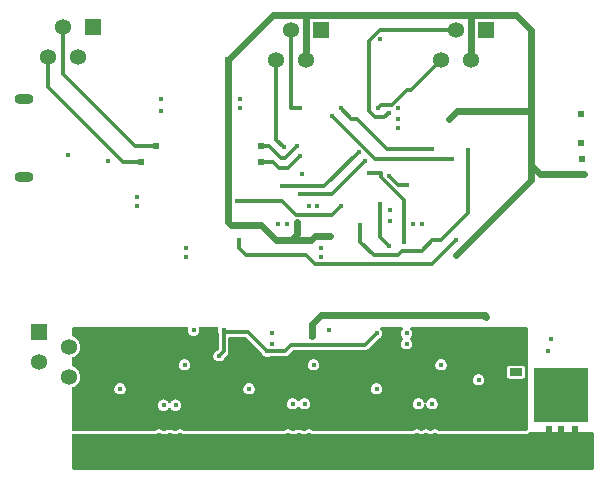
<source format=gbl>
G04 Layer: BottomLayer*
G04 EasyEDA v6.5.22, 2022-12-05 22:01:04*
G04 d1a99e3ffb4d45b387634f4a3d5e2a22,8bbad783b4b447a482771b0ae512d992,10*
G04 Gerber Generator version 0.2*
G04 Scale: 100 percent, Rotated: No, Reflected: No *
G04 Dimensions in inches *
G04 leading zeros omitted , absolute positions ,3 integer and 6 decimal *
%FSLAX36Y36*%
%MOIN*%

%AMMACRO1*21,1,$1,$2,0,0,$3*%
%ADD10C,0.0120*%
%ADD11C,0.0120*%
%ADD12C,0.0240*%
%ADD13C,0.0220*%
%ADD14MACRO1,0.0234X0.0394X90.0000*%
%ADD15MACRO1,0.1772X0.1772X90.0000*%
%ADD16R,0.0532X0.0555*%
%ADD17MACRO1,0.0531X0.0555X0.0000*%
%ADD18MACRO1,0.0532X0.0555X0.0000*%
%ADD19R,0.0535X0.0535*%
%ADD20C,0.0535*%
%ADD21O,0.06299199999999999X0.035433*%
%ADD22C,0.0177*%
%ADD23C,0.0240*%
%ADD24C,0.0118*%

%LPD*%
G36*
X224000Y-1435000D02*
G01*
X222460Y-1434700D01*
X221180Y-1433820D01*
X220300Y-1432540D01*
X220000Y-1431000D01*
X220000Y-1293360D01*
X220320Y-1291780D01*
X221260Y-1290440D01*
X222640Y-1289600D01*
X225020Y-1288720D01*
X229560Y-1286320D01*
X233740Y-1283280D01*
X237440Y-1279700D01*
X240600Y-1275640D01*
X243180Y-1271180D01*
X245120Y-1266400D01*
X246360Y-1261420D01*
X246900Y-1256280D01*
X246720Y-1251140D01*
X245820Y-1246060D01*
X244240Y-1241160D01*
X241980Y-1236540D01*
X239100Y-1232260D01*
X235640Y-1228440D01*
X231700Y-1225140D01*
X227340Y-1222400D01*
X222380Y-1220200D01*
X221119Y-1219320D01*
X220300Y-1218040D01*
X220000Y-1216540D01*
X220000Y-1193360D01*
X220320Y-1191780D01*
X221260Y-1190440D01*
X222640Y-1189600D01*
X225020Y-1188720D01*
X229560Y-1186320D01*
X233740Y-1183280D01*
X237440Y-1179700D01*
X240600Y-1175640D01*
X243180Y-1171180D01*
X245120Y-1166400D01*
X246360Y-1161420D01*
X246900Y-1156280D01*
X246720Y-1151140D01*
X245820Y-1146060D01*
X244240Y-1141160D01*
X241980Y-1136540D01*
X239100Y-1132260D01*
X235640Y-1128440D01*
X231700Y-1125140D01*
X227340Y-1122400D01*
X222380Y-1120200D01*
X221119Y-1119320D01*
X220300Y-1118040D01*
X220000Y-1116540D01*
X220000Y-1094000D01*
X220300Y-1092460D01*
X221180Y-1091180D01*
X222460Y-1090300D01*
X224000Y-1090000D01*
X602840Y-1090000D01*
X604280Y-1090280D01*
X605540Y-1091040D01*
X606420Y-1092220D01*
X606820Y-1093640D01*
X606680Y-1095100D01*
X606280Y-1096500D01*
X605960Y-1100000D01*
X606280Y-1103500D01*
X607240Y-1106880D01*
X608820Y-1110020D01*
X610920Y-1112820D01*
X613520Y-1115200D01*
X616520Y-1117040D01*
X619780Y-1118320D01*
X623240Y-1118960D01*
X626760Y-1118960D01*
X630220Y-1118320D01*
X633480Y-1117040D01*
X636480Y-1115200D01*
X639080Y-1112820D01*
X641180Y-1110020D01*
X642760Y-1106880D01*
X643720Y-1103500D01*
X644040Y-1100000D01*
X643720Y-1096500D01*
X643319Y-1095100D01*
X643180Y-1093640D01*
X643580Y-1092220D01*
X644460Y-1091040D01*
X645720Y-1090280D01*
X647159Y-1090000D01*
X702840Y-1090000D01*
X704280Y-1090280D01*
X705540Y-1091040D01*
X706420Y-1092220D01*
X706820Y-1093640D01*
X706680Y-1095100D01*
X706280Y-1096500D01*
X705960Y-1100000D01*
X706280Y-1103500D01*
X707240Y-1106880D01*
X708379Y-1109160D01*
X708800Y-1110940D01*
X708800Y-1161640D01*
X708500Y-1163160D01*
X707620Y-1164460D01*
X706380Y-1165700D01*
X705000Y-1166600D01*
X701520Y-1167960D01*
X698520Y-1169800D01*
X695920Y-1172180D01*
X693820Y-1174980D01*
X692240Y-1178120D01*
X691280Y-1181500D01*
X690960Y-1185000D01*
X691280Y-1188500D01*
X692240Y-1191880D01*
X693820Y-1195020D01*
X695920Y-1197820D01*
X698520Y-1200200D01*
X701520Y-1202040D01*
X704780Y-1203320D01*
X708240Y-1203960D01*
X711760Y-1203960D01*
X715220Y-1203320D01*
X718480Y-1202040D01*
X721480Y-1200200D01*
X724080Y-1197820D01*
X726180Y-1195020D01*
X727760Y-1191880D01*
X728560Y-1189540D01*
X729180Y-1188740D01*
X736320Y-1181600D01*
X738460Y-1178980D01*
X739940Y-1176200D01*
X740860Y-1173160D01*
X741200Y-1169800D01*
X741200Y-1125200D01*
X741500Y-1123660D01*
X742380Y-1122380D01*
X743660Y-1121500D01*
X745200Y-1121200D01*
X796640Y-1121200D01*
X798160Y-1121500D01*
X799460Y-1122380D01*
X850819Y-1173740D01*
X851440Y-1174540D01*
X852240Y-1176880D01*
X853820Y-1180020D01*
X855920Y-1182820D01*
X858520Y-1185200D01*
X861520Y-1187040D01*
X864780Y-1188320D01*
X868240Y-1188960D01*
X871760Y-1188960D01*
X875220Y-1188320D01*
X878480Y-1187040D01*
X879900Y-1186360D01*
X880980Y-1186200D01*
X929800Y-1186200D01*
X933160Y-1185860D01*
X936200Y-1184940D01*
X938980Y-1183460D01*
X941600Y-1181320D01*
X955540Y-1167380D01*
X956840Y-1166500D01*
X958360Y-1166200D01*
X1194800Y-1166200D01*
X1198160Y-1165860D01*
X1201200Y-1164940D01*
X1203980Y-1163460D01*
X1206600Y-1161320D01*
X1238620Y-1129300D01*
X1240000Y-1128400D01*
X1243480Y-1127040D01*
X1246480Y-1125200D01*
X1249080Y-1122820D01*
X1251180Y-1120020D01*
X1252760Y-1116880D01*
X1253720Y-1113500D01*
X1254040Y-1110000D01*
X1253720Y-1106500D01*
X1252760Y-1103120D01*
X1251180Y-1099980D01*
X1247900Y-1095680D01*
X1247540Y-1094120D01*
X1247800Y-1092560D01*
X1248660Y-1091220D01*
X1249960Y-1090320D01*
X1251520Y-1090000D01*
X1318480Y-1090000D01*
X1320040Y-1090320D01*
X1321339Y-1091220D01*
X1322200Y-1092560D01*
X1322460Y-1094120D01*
X1322100Y-1095680D01*
X1318820Y-1099980D01*
X1317240Y-1103120D01*
X1316279Y-1106500D01*
X1315960Y-1110000D01*
X1316279Y-1113500D01*
X1317240Y-1116880D01*
X1318820Y-1120020D01*
X1320920Y-1122820D01*
X1322820Y-1124540D01*
X1323779Y-1125880D01*
X1324120Y-1127500D01*
X1323779Y-1129120D01*
X1322820Y-1130460D01*
X1320920Y-1132180D01*
X1318820Y-1134980D01*
X1317240Y-1138120D01*
X1316279Y-1141500D01*
X1315960Y-1145000D01*
X1316279Y-1148500D01*
X1317240Y-1151880D01*
X1318820Y-1155020D01*
X1320920Y-1157820D01*
X1323520Y-1160200D01*
X1326519Y-1162040D01*
X1329780Y-1163320D01*
X1333240Y-1163960D01*
X1336759Y-1163960D01*
X1340220Y-1163320D01*
X1343480Y-1162040D01*
X1346480Y-1160200D01*
X1349079Y-1157820D01*
X1351180Y-1155020D01*
X1352760Y-1151880D01*
X1353720Y-1148500D01*
X1354040Y-1145000D01*
X1353720Y-1141500D01*
X1352760Y-1138120D01*
X1351180Y-1134980D01*
X1349079Y-1132180D01*
X1347180Y-1130460D01*
X1346220Y-1129120D01*
X1345880Y-1127500D01*
X1346220Y-1125880D01*
X1347180Y-1124540D01*
X1349079Y-1122820D01*
X1351180Y-1120020D01*
X1352760Y-1116880D01*
X1353720Y-1113500D01*
X1354040Y-1110000D01*
X1353720Y-1106500D01*
X1352760Y-1103120D01*
X1351180Y-1099980D01*
X1347900Y-1095680D01*
X1347540Y-1094120D01*
X1347800Y-1092560D01*
X1348660Y-1091220D01*
X1349960Y-1090320D01*
X1351519Y-1090000D01*
X1736000Y-1090000D01*
X1737540Y-1090300D01*
X1738820Y-1091180D01*
X1739700Y-1092460D01*
X1740000Y-1094000D01*
X1740000Y-1428340D01*
X1739700Y-1429880D01*
X1738820Y-1431180D01*
X1736180Y-1433820D01*
X1734880Y-1434700D01*
X1733340Y-1435000D01*
X1442920Y-1435000D01*
X1441840Y-1434840D01*
X1440820Y-1434400D01*
X1438480Y-1432960D01*
X1435220Y-1431680D01*
X1431759Y-1431040D01*
X1428240Y-1431040D01*
X1424780Y-1431680D01*
X1421519Y-1432960D01*
X1419180Y-1434400D01*
X1418160Y-1434840D01*
X1417080Y-1435000D01*
X1412920Y-1435000D01*
X1411840Y-1434840D01*
X1410820Y-1434400D01*
X1408480Y-1432960D01*
X1405220Y-1431680D01*
X1401759Y-1431040D01*
X1398240Y-1431040D01*
X1394780Y-1431680D01*
X1391519Y-1432960D01*
X1389180Y-1434400D01*
X1388160Y-1434840D01*
X1387080Y-1435000D01*
X1382920Y-1435000D01*
X1381840Y-1434840D01*
X1380820Y-1434400D01*
X1378480Y-1432960D01*
X1375220Y-1431680D01*
X1371759Y-1431040D01*
X1368240Y-1431040D01*
X1364780Y-1431680D01*
X1361519Y-1432960D01*
X1359180Y-1434400D01*
X1358160Y-1434840D01*
X1357080Y-1435000D01*
X1022920Y-1435000D01*
X1021840Y-1434840D01*
X1020819Y-1434400D01*
X1018480Y-1432960D01*
X1015220Y-1431680D01*
X1011760Y-1431040D01*
X1008240Y-1431040D01*
X1004780Y-1431680D01*
X1001520Y-1432960D01*
X999180Y-1434400D01*
X998160Y-1434840D01*
X997080Y-1435000D01*
X987920Y-1435000D01*
X986840Y-1434840D01*
X985819Y-1434400D01*
X983480Y-1432960D01*
X980220Y-1431680D01*
X976760Y-1431040D01*
X973240Y-1431040D01*
X969780Y-1431680D01*
X966520Y-1432960D01*
X964180Y-1434400D01*
X963160Y-1434840D01*
X962080Y-1435000D01*
X952920Y-1435000D01*
X951840Y-1434840D01*
X950819Y-1434400D01*
X948480Y-1432960D01*
X945220Y-1431680D01*
X941760Y-1431040D01*
X938240Y-1431040D01*
X934780Y-1431680D01*
X931520Y-1432960D01*
X929180Y-1434400D01*
X928160Y-1434840D01*
X927080Y-1435000D01*
X592920Y-1435000D01*
X591840Y-1434840D01*
X590820Y-1434400D01*
X588480Y-1432960D01*
X585220Y-1431680D01*
X581760Y-1431040D01*
X578240Y-1431040D01*
X574780Y-1431680D01*
X571520Y-1432960D01*
X569180Y-1434400D01*
X568160Y-1434840D01*
X567080Y-1435000D01*
X557920Y-1435000D01*
X556840Y-1434840D01*
X555820Y-1434400D01*
X553480Y-1432960D01*
X550220Y-1431680D01*
X546760Y-1431040D01*
X543240Y-1431040D01*
X539780Y-1431680D01*
X536520Y-1432960D01*
X534180Y-1434400D01*
X533160Y-1434840D01*
X532080Y-1435000D01*
X522920Y-1435000D01*
X521840Y-1434840D01*
X520820Y-1434400D01*
X518480Y-1432960D01*
X515220Y-1431680D01*
X511760Y-1431040D01*
X508240Y-1431040D01*
X504780Y-1431680D01*
X501520Y-1432960D01*
X499180Y-1434400D01*
X498160Y-1434840D01*
X497080Y-1435000D01*
G37*

%LPC*%
G36*
X953240Y-1363959D02*
G01*
X956760Y-1363959D01*
X960220Y-1363320D01*
X963480Y-1362040D01*
X966480Y-1360200D01*
X969080Y-1357820D01*
X971180Y-1355020D01*
X971420Y-1354560D01*
X972540Y-1353200D01*
X974120Y-1352440D01*
X975879Y-1352440D01*
X977460Y-1353200D01*
X978580Y-1354560D01*
X978820Y-1355020D01*
X980920Y-1357820D01*
X983520Y-1360200D01*
X986520Y-1362040D01*
X989780Y-1363320D01*
X993240Y-1363959D01*
X996760Y-1363959D01*
X1000220Y-1363320D01*
X1003480Y-1362040D01*
X1006480Y-1360200D01*
X1009080Y-1357820D01*
X1011180Y-1355020D01*
X1012760Y-1351879D01*
X1013720Y-1348500D01*
X1014040Y-1345000D01*
X1013720Y-1341500D01*
X1012760Y-1338120D01*
X1011180Y-1334980D01*
X1009080Y-1332180D01*
X1006480Y-1329800D01*
X1003480Y-1327960D01*
X1000220Y-1326680D01*
X996760Y-1326040D01*
X993240Y-1326040D01*
X989780Y-1326680D01*
X986520Y-1327960D01*
X983520Y-1329800D01*
X980920Y-1332180D01*
X978820Y-1334980D01*
X978580Y-1335440D01*
X977460Y-1336800D01*
X975879Y-1337560D01*
X974120Y-1337560D01*
X972540Y-1336800D01*
X971420Y-1335440D01*
X971180Y-1334980D01*
X969080Y-1332180D01*
X966480Y-1329800D01*
X963480Y-1327960D01*
X960220Y-1326680D01*
X956760Y-1326040D01*
X953240Y-1326040D01*
X949780Y-1326680D01*
X946520Y-1327960D01*
X943520Y-1329800D01*
X940920Y-1332180D01*
X938820Y-1334980D01*
X937240Y-1338120D01*
X936280Y-1341500D01*
X935960Y-1345000D01*
X936280Y-1348500D01*
X937240Y-1351879D01*
X938820Y-1355020D01*
X940920Y-1357820D01*
X943520Y-1360200D01*
X946520Y-1362040D01*
X949780Y-1363320D01*
G37*
G36*
X1373240Y-1363959D02*
G01*
X1376759Y-1363959D01*
X1380220Y-1363320D01*
X1383480Y-1362040D01*
X1386480Y-1360200D01*
X1389079Y-1357820D01*
X1391180Y-1355020D01*
X1392760Y-1351879D01*
X1393660Y-1348720D01*
X1394460Y-1347220D01*
X1395820Y-1346180D01*
X1397500Y-1345820D01*
X1399180Y-1346180D01*
X1400540Y-1347220D01*
X1401339Y-1348720D01*
X1402240Y-1351879D01*
X1403820Y-1355020D01*
X1405920Y-1357820D01*
X1408520Y-1360200D01*
X1411519Y-1362040D01*
X1414780Y-1363320D01*
X1418240Y-1363959D01*
X1421759Y-1363959D01*
X1425220Y-1363320D01*
X1428480Y-1362040D01*
X1431480Y-1360200D01*
X1434079Y-1357820D01*
X1436180Y-1355020D01*
X1437760Y-1351879D01*
X1438720Y-1348500D01*
X1439040Y-1345000D01*
X1438720Y-1341500D01*
X1437760Y-1338120D01*
X1436180Y-1334980D01*
X1434079Y-1332180D01*
X1431480Y-1329800D01*
X1428480Y-1327960D01*
X1425220Y-1326680D01*
X1421759Y-1326040D01*
X1418240Y-1326040D01*
X1414780Y-1326680D01*
X1411519Y-1327960D01*
X1408520Y-1329800D01*
X1405920Y-1332180D01*
X1403820Y-1334980D01*
X1402240Y-1338120D01*
X1401339Y-1341279D01*
X1400540Y-1342780D01*
X1399180Y-1343820D01*
X1397500Y-1344180D01*
X1395820Y-1343820D01*
X1394460Y-1342780D01*
X1393660Y-1341279D01*
X1392760Y-1338120D01*
X1391180Y-1334980D01*
X1389079Y-1332180D01*
X1386480Y-1329800D01*
X1383480Y-1327960D01*
X1380220Y-1326680D01*
X1376759Y-1326040D01*
X1373240Y-1326040D01*
X1369780Y-1326680D01*
X1366519Y-1327960D01*
X1363520Y-1329800D01*
X1360920Y-1332180D01*
X1358820Y-1334980D01*
X1357240Y-1338120D01*
X1356279Y-1341500D01*
X1355960Y-1345000D01*
X1356279Y-1348500D01*
X1357240Y-1351879D01*
X1358820Y-1355020D01*
X1360920Y-1357820D01*
X1363520Y-1360200D01*
X1366519Y-1362040D01*
X1369780Y-1363320D01*
G37*
G36*
X1023240Y-1233960D02*
G01*
X1026760Y-1233960D01*
X1030220Y-1233320D01*
X1033480Y-1232040D01*
X1036480Y-1230200D01*
X1039080Y-1227820D01*
X1041180Y-1225020D01*
X1042760Y-1221880D01*
X1043720Y-1218500D01*
X1044040Y-1215000D01*
X1043720Y-1211500D01*
X1042760Y-1208120D01*
X1041180Y-1204980D01*
X1039080Y-1202180D01*
X1036480Y-1199800D01*
X1033480Y-1197960D01*
X1030220Y-1196680D01*
X1026760Y-1196040D01*
X1023240Y-1196040D01*
X1019780Y-1196680D01*
X1016520Y-1197960D01*
X1013520Y-1199800D01*
X1010920Y-1202180D01*
X1008820Y-1204980D01*
X1007240Y-1208120D01*
X1006280Y-1211500D01*
X1005960Y-1215000D01*
X1006280Y-1218500D01*
X1007240Y-1221880D01*
X1008820Y-1225020D01*
X1010920Y-1227820D01*
X1013520Y-1230200D01*
X1016520Y-1232040D01*
X1019780Y-1233320D01*
G37*
G36*
X808240Y-1313959D02*
G01*
X811760Y-1313959D01*
X815220Y-1313320D01*
X818480Y-1312040D01*
X821480Y-1310200D01*
X824080Y-1307820D01*
X826180Y-1305020D01*
X827760Y-1301879D01*
X828720Y-1298500D01*
X829040Y-1295000D01*
X828720Y-1291500D01*
X827760Y-1288120D01*
X826180Y-1284980D01*
X824080Y-1282180D01*
X821480Y-1279800D01*
X818480Y-1277960D01*
X815220Y-1276680D01*
X811760Y-1276040D01*
X808240Y-1276040D01*
X804780Y-1276680D01*
X801520Y-1277960D01*
X798520Y-1279800D01*
X795920Y-1282180D01*
X793820Y-1284980D01*
X792240Y-1288120D01*
X791280Y-1291500D01*
X790960Y-1295000D01*
X791280Y-1298500D01*
X792240Y-1301879D01*
X793820Y-1305020D01*
X795920Y-1307820D01*
X798520Y-1310200D01*
X801520Y-1312040D01*
X804780Y-1313320D01*
G37*
G36*
X523240Y-1368959D02*
G01*
X526760Y-1368959D01*
X530220Y-1368320D01*
X533480Y-1367040D01*
X536480Y-1365200D01*
X539080Y-1362820D01*
X541180Y-1360020D01*
X541420Y-1359560D01*
X542540Y-1358200D01*
X544120Y-1357440D01*
X545880Y-1357440D01*
X547460Y-1358200D01*
X548580Y-1359560D01*
X548820Y-1360020D01*
X550920Y-1362820D01*
X553520Y-1365200D01*
X556520Y-1367040D01*
X559780Y-1368320D01*
X563240Y-1368959D01*
X566760Y-1368959D01*
X570220Y-1368320D01*
X573480Y-1367040D01*
X576480Y-1365200D01*
X579080Y-1362820D01*
X581180Y-1360020D01*
X582760Y-1356879D01*
X583720Y-1353500D01*
X584040Y-1350000D01*
X583720Y-1346500D01*
X582760Y-1343120D01*
X581180Y-1339980D01*
X579080Y-1337180D01*
X576480Y-1334800D01*
X573480Y-1332960D01*
X570220Y-1331680D01*
X566760Y-1331040D01*
X563240Y-1331040D01*
X559780Y-1331680D01*
X556520Y-1332960D01*
X553520Y-1334800D01*
X550920Y-1337180D01*
X548820Y-1339980D01*
X548580Y-1340440D01*
X547460Y-1341800D01*
X545880Y-1342560D01*
X544120Y-1342560D01*
X542540Y-1341800D01*
X541420Y-1340440D01*
X541180Y-1339980D01*
X539080Y-1337180D01*
X536480Y-1334800D01*
X533480Y-1332960D01*
X530220Y-1331680D01*
X526760Y-1331040D01*
X523240Y-1331040D01*
X519780Y-1331680D01*
X516520Y-1332960D01*
X513519Y-1334800D01*
X510920Y-1337180D01*
X508820Y-1339980D01*
X507239Y-1343120D01*
X506280Y-1346500D01*
X505959Y-1350000D01*
X506280Y-1353500D01*
X507239Y-1356879D01*
X508820Y-1360020D01*
X510920Y-1362820D01*
X513519Y-1365200D01*
X516520Y-1367040D01*
X519780Y-1368320D01*
G37*
G36*
X1233240Y-1313959D02*
G01*
X1236760Y-1313959D01*
X1240220Y-1313320D01*
X1243480Y-1312040D01*
X1246480Y-1310200D01*
X1249080Y-1307820D01*
X1251180Y-1305020D01*
X1252760Y-1301879D01*
X1253720Y-1298500D01*
X1254040Y-1295000D01*
X1253720Y-1291500D01*
X1252760Y-1288120D01*
X1251180Y-1284980D01*
X1249080Y-1282180D01*
X1246480Y-1279800D01*
X1243480Y-1277960D01*
X1240220Y-1276680D01*
X1236760Y-1276040D01*
X1233240Y-1276040D01*
X1229780Y-1276680D01*
X1226520Y-1277960D01*
X1223520Y-1279800D01*
X1220920Y-1282180D01*
X1218820Y-1284980D01*
X1217240Y-1288120D01*
X1216280Y-1291500D01*
X1215960Y-1295000D01*
X1216280Y-1298500D01*
X1217240Y-1301879D01*
X1218820Y-1305020D01*
X1220920Y-1307820D01*
X1223520Y-1310200D01*
X1226520Y-1312040D01*
X1229780Y-1313320D01*
G37*
G36*
X1573240Y-1283959D02*
G01*
X1576759Y-1283959D01*
X1580220Y-1283320D01*
X1583480Y-1282040D01*
X1586480Y-1280200D01*
X1589079Y-1277820D01*
X1591180Y-1275020D01*
X1592760Y-1271880D01*
X1593720Y-1268500D01*
X1594040Y-1265000D01*
X1593720Y-1261500D01*
X1592760Y-1258120D01*
X1591180Y-1254980D01*
X1589079Y-1252180D01*
X1586480Y-1249800D01*
X1583480Y-1247960D01*
X1580220Y-1246680D01*
X1576759Y-1246040D01*
X1573240Y-1246040D01*
X1569780Y-1246680D01*
X1566519Y-1247960D01*
X1563520Y-1249800D01*
X1560920Y-1252180D01*
X1558820Y-1254980D01*
X1557240Y-1258120D01*
X1556279Y-1261500D01*
X1555960Y-1265000D01*
X1556279Y-1268500D01*
X1557240Y-1271880D01*
X1558820Y-1275020D01*
X1560920Y-1277820D01*
X1563520Y-1280200D01*
X1566519Y-1282040D01*
X1569780Y-1283320D01*
G37*
G36*
X1680400Y-1261920D02*
G01*
X1719319Y-1261920D01*
X1721800Y-1261640D01*
X1723959Y-1260880D01*
X1725880Y-1259660D01*
X1727500Y-1258060D01*
X1728700Y-1256120D01*
X1729460Y-1253980D01*
X1729740Y-1251480D01*
X1729740Y-1228520D01*
X1729460Y-1226020D01*
X1728700Y-1223880D01*
X1727500Y-1221940D01*
X1725880Y-1220340D01*
X1723959Y-1219120D01*
X1721800Y-1218360D01*
X1719319Y-1218080D01*
X1680400Y-1218080D01*
X1677900Y-1218360D01*
X1675760Y-1219120D01*
X1673820Y-1220340D01*
X1672220Y-1221940D01*
X1671000Y-1223880D01*
X1670240Y-1226020D01*
X1669960Y-1228520D01*
X1669960Y-1251480D01*
X1670240Y-1253980D01*
X1671000Y-1256120D01*
X1672220Y-1258060D01*
X1673820Y-1259660D01*
X1675760Y-1260880D01*
X1677900Y-1261640D01*
G37*
G36*
X1448240Y-1233960D02*
G01*
X1451759Y-1233960D01*
X1455220Y-1233320D01*
X1458480Y-1232040D01*
X1461480Y-1230200D01*
X1464079Y-1227820D01*
X1466180Y-1225020D01*
X1467760Y-1221880D01*
X1468720Y-1218500D01*
X1469040Y-1215000D01*
X1468720Y-1211500D01*
X1467760Y-1208120D01*
X1466180Y-1204980D01*
X1464079Y-1202180D01*
X1461480Y-1199800D01*
X1458480Y-1197960D01*
X1455220Y-1196680D01*
X1451759Y-1196040D01*
X1448240Y-1196040D01*
X1444780Y-1196680D01*
X1441519Y-1197960D01*
X1438520Y-1199800D01*
X1435920Y-1202180D01*
X1433820Y-1204980D01*
X1432240Y-1208120D01*
X1431279Y-1211500D01*
X1430960Y-1215000D01*
X1431279Y-1218500D01*
X1432240Y-1221880D01*
X1433820Y-1225020D01*
X1435920Y-1227820D01*
X1438520Y-1230200D01*
X1441519Y-1232040D01*
X1444780Y-1233320D01*
G37*
G36*
X593240Y-1233960D02*
G01*
X596760Y-1233960D01*
X600220Y-1233320D01*
X603480Y-1232040D01*
X606480Y-1230200D01*
X609080Y-1227820D01*
X611180Y-1225020D01*
X612760Y-1221880D01*
X613720Y-1218500D01*
X614040Y-1215000D01*
X613720Y-1211500D01*
X612760Y-1208120D01*
X611180Y-1204980D01*
X609080Y-1202180D01*
X606480Y-1199800D01*
X603480Y-1197960D01*
X600220Y-1196680D01*
X596760Y-1196040D01*
X593240Y-1196040D01*
X589780Y-1196680D01*
X586520Y-1197960D01*
X583520Y-1199800D01*
X580920Y-1202180D01*
X578820Y-1204980D01*
X577240Y-1208120D01*
X576280Y-1211500D01*
X575960Y-1215000D01*
X576280Y-1218500D01*
X577240Y-1221880D01*
X578820Y-1225020D01*
X580920Y-1227820D01*
X583520Y-1230200D01*
X586520Y-1232040D01*
X589780Y-1233320D01*
G37*
G36*
X378240Y-1313959D02*
G01*
X381760Y-1313959D01*
X385220Y-1313320D01*
X388480Y-1312040D01*
X391480Y-1310200D01*
X394080Y-1307820D01*
X396180Y-1305020D01*
X397760Y-1301879D01*
X398720Y-1298500D01*
X399040Y-1295000D01*
X398720Y-1291500D01*
X397760Y-1288120D01*
X396180Y-1284980D01*
X394080Y-1282180D01*
X391480Y-1279800D01*
X388480Y-1277960D01*
X385220Y-1276680D01*
X381760Y-1276040D01*
X378240Y-1276040D01*
X374780Y-1276680D01*
X371520Y-1277960D01*
X368519Y-1279800D01*
X365920Y-1282180D01*
X363820Y-1284980D01*
X362239Y-1288120D01*
X361280Y-1291500D01*
X360959Y-1295000D01*
X361280Y-1298500D01*
X362239Y-1301879D01*
X363820Y-1305020D01*
X365920Y-1307820D01*
X368519Y-1310200D01*
X371520Y-1312040D01*
X374780Y-1313320D01*
G37*

%LPD*%
G36*
X224000Y-1564600D02*
G01*
X222460Y-1564300D01*
X221180Y-1563420D01*
X220300Y-1562140D01*
X220000Y-1560600D01*
X220000Y-1449199D01*
X220300Y-1447660D01*
X221180Y-1446380D01*
X222460Y-1445500D01*
X224000Y-1445200D01*
X1734880Y-1445200D01*
X1737260Y-1444940D01*
X1739420Y-1444180D01*
X1741339Y-1442980D01*
X1742680Y-1441759D01*
X1743920Y-1440980D01*
X1745360Y-1440700D01*
X1954280Y-1440120D01*
X1955820Y-1440420D01*
X1957120Y-1441279D01*
X1958000Y-1442580D01*
X1958300Y-1444120D01*
X1958300Y-1560600D01*
X1958000Y-1562140D01*
X1957120Y-1563420D01*
X1955840Y-1564300D01*
X1954300Y-1564600D01*
G37*

%LPD*%
D10*
X920000Y-620000D02*
G01*
X1060000Y-620000D01*
X1175000Y-505000D01*
X980000Y-645000D02*
G01*
X1085000Y-645000D01*
X1195000Y-535000D01*
X1540000Y-500000D02*
G01*
X1540000Y-710000D01*
X1450000Y-800000D01*
X1420000Y-800000D01*
X1385000Y-835000D01*
X1320000Y-835000D01*
X1305000Y-850000D01*
X1225000Y-850000D01*
X1180000Y-805000D01*
X1180000Y-750000D01*
X1420000Y-495000D02*
G01*
X1270000Y-495000D01*
X1170000Y-395000D01*
X1150000Y-395000D01*
X1115000Y-360000D01*
X775000Y-800000D02*
G01*
X775000Y-825000D01*
X800000Y-850000D01*
X1000000Y-850000D01*
X1030000Y-880000D01*
X1420000Y-880000D01*
X1500000Y-800000D01*
X900000Y-200000D02*
G01*
X900000Y-465000D01*
X925000Y-490000D01*
X1275000Y-820000D02*
G01*
X1245000Y-790000D01*
X1245000Y-680000D01*
X1255000Y-595000D02*
G01*
X1250000Y-590000D01*
X1250000Y-575000D01*
X1210000Y-575000D01*
X1325000Y-805000D02*
G01*
X1325000Y-665000D01*
X1255000Y-595000D01*
X1335000Y-615000D02*
G01*
X1305000Y-615000D01*
X1275000Y-585000D01*
X770000Y-670000D02*
G01*
X920000Y-670000D01*
X965000Y-715000D01*
X1085000Y-715000D01*
X1115000Y-685000D01*
D11*
X950000Y-100000D02*
G01*
X950000Y-360000D01*
X980000Y-360000D01*
X1450000Y-200000D02*
G01*
X1350000Y-300000D01*
X1335000Y-300000D01*
X1285000Y-350000D01*
X1250000Y-350000D01*
X1240000Y-360000D01*
X1500000Y-100000D02*
G01*
X1245000Y-100000D01*
X1210000Y-135000D01*
X1210000Y-370000D01*
X1230000Y-390000D01*
X1260000Y-390000D01*
X1275000Y-375000D01*
X1275000Y-375000D01*
X870000Y-1170000D02*
G01*
X870000Y-1170000D01*
X850000Y-1150000D01*
X1235000Y-1110000D02*
G01*
X1195000Y-1150000D01*
X950000Y-1150000D01*
X930000Y-1170000D01*
X870000Y-1170000D01*
X850000Y-1150000D02*
G01*
X805000Y-1105000D01*
X725000Y-1105000D01*
X725000Y-1100000D01*
X710000Y-1185000D02*
G01*
X725000Y-1170000D01*
X725000Y-1100000D01*
D12*
X1600000Y-1055000D02*
G01*
X1595000Y-1050000D01*
X1050000Y-1050000D01*
X1020000Y-1080000D01*
X1020000Y-1120000D01*
D10*
X1485000Y-530000D02*
G01*
X1230000Y-530000D01*
X1085000Y-385000D01*
D13*
X740000Y-200000D02*
G01*
X740000Y-740000D01*
X750000Y-750000D01*
X850000Y-750000D01*
X900000Y-800000D01*
X950000Y-800000D01*
X970000Y-780000D01*
X970000Y-740000D01*
X950000Y-800000D02*
G01*
X1015000Y-800000D01*
X1030000Y-785000D01*
X1080000Y-785000D01*
D11*
X190000Y-90000D02*
G01*
X190000Y-245000D01*
X430000Y-485000D01*
X430000Y-485000D02*
G01*
X500000Y-485000D01*
X140000Y-190000D02*
G01*
X140000Y-290000D01*
X390000Y-540000D01*
X450000Y-540000D01*
X850000Y-485000D02*
G01*
X875000Y-485000D01*
X915000Y-525000D01*
X930000Y-525000D01*
X970000Y-485000D01*
X850000Y-540000D02*
G01*
X890000Y-540000D01*
X910000Y-560000D01*
X940000Y-560000D01*
X980000Y-520000D01*
D13*
X740000Y-200000D02*
G01*
X890000Y-50000D01*
X1000000Y-50000D01*
X1000000Y-200000D01*
X1304665Y-50000D02*
G01*
X1550000Y-50000D01*
X1550000Y-200000D01*
X1000000Y-50000D02*
G01*
X1304665Y-50000D01*
X1550000Y-50000D02*
G01*
X1700000Y-50000D01*
X1750000Y-100000D01*
X1750000Y-550000D01*
X1780000Y-580000D01*
X1925000Y-580000D01*
X1750000Y-550000D02*
G01*
X1750000Y-600000D01*
X1500000Y-850000D01*
X1750000Y-367984D02*
G01*
X1502016Y-367984D01*
X1475000Y-395000D01*
D14*
G01*
X1699849Y-1389999D03*
G01*
X1699849Y-1339999D03*
G01*
X1699849Y-1289999D03*
G01*
X1699849Y-1239999D03*
D15*
G01*
X1850150Y-1314999D03*
D16*
G01*
X1630000Y-1474369D03*
D17*
G01*
X1630000Y-1395628D03*
D16*
G01*
X1550000Y-1474369D03*
D17*
G01*
X1550000Y-1395628D03*
D16*
G01*
X1470000Y-1474369D03*
D17*
G01*
X1470000Y-1395628D03*
D16*
G01*
X1390000Y-1474369D03*
D17*
G01*
X1390000Y-1395628D03*
D16*
G01*
X1310000Y-1474369D03*
D17*
G01*
X1310000Y-1395628D03*
D16*
G01*
X1230000Y-1474369D03*
D17*
G01*
X1230000Y-1395628D03*
D16*
G01*
X1150000Y-1474369D03*
D18*
G01*
X1150000Y-1395628D03*
D16*
G01*
X1070000Y-1474369D03*
D18*
G01*
X1070000Y-1395628D03*
D16*
G01*
X990000Y-1474369D03*
D18*
G01*
X990000Y-1395628D03*
D16*
G01*
X910000Y-1474369D03*
D18*
G01*
X910000Y-1395628D03*
D16*
G01*
X830000Y-1474369D03*
D18*
G01*
X830000Y-1395628D03*
D16*
G01*
X750000Y-1474369D03*
D18*
G01*
X750000Y-1395628D03*
D16*
G01*
X270000Y-1474369D03*
D17*
G01*
X270000Y-1395628D03*
D16*
G01*
X350000Y-1474369D03*
D17*
G01*
X350000Y-1395628D03*
D16*
G01*
X430000Y-1474369D03*
D17*
G01*
X430000Y-1395628D03*
D16*
G01*
X510000Y-1474369D03*
D17*
G01*
X510000Y-1395628D03*
D16*
G01*
X590000Y-1474369D03*
D17*
G01*
X590000Y-1395628D03*
D16*
G01*
X670000Y-1474369D03*
D17*
G01*
X670000Y-1395628D03*
D19*
G01*
X1600000Y-100000D03*
D20*
G01*
X1550000Y-200000D03*
G01*
X1500000Y-100000D03*
G01*
X1450000Y-200000D03*
D19*
G01*
X290000Y-90000D03*
D20*
G01*
X240000Y-190000D03*
G01*
X190000Y-90000D03*
G01*
X140000Y-190000D03*
D19*
G01*
X1050000Y-100000D03*
D20*
G01*
X1000000Y-200000D03*
G01*
X950000Y-100000D03*
G01*
X900000Y-200000D03*
D19*
G01*
X110000Y-1105000D03*
D20*
G01*
X210000Y-1155000D03*
G01*
X110000Y-1205000D03*
G01*
X210000Y-1255000D03*
D21*
G01*
X60000Y-330079D03*
G01*
X60000Y-589920D03*
D22*
G01*
X990000Y-1395000D03*
G01*
X1015000Y-1395000D03*
G01*
X955000Y-1395000D03*
G01*
X930000Y-1395000D03*
G01*
X1360000Y-1395000D03*
G01*
X1385000Y-1395000D03*
G01*
X1415000Y-1395000D03*
G01*
X1440000Y-1395000D03*
G01*
X505000Y-1395000D03*
G01*
X530000Y-1395000D03*
G01*
X560000Y-1395000D03*
G01*
X585000Y-1395000D03*
G01*
X1720000Y-1130000D03*
G01*
X1720000Y-1170000D03*
G01*
X1720000Y-1205000D03*
G01*
X1815000Y-1130000D03*
G01*
X1805000Y-1170000D03*
G01*
X1700000Y-1240000D03*
G01*
X380000Y-1295000D03*
G01*
X810000Y-1295000D03*
G01*
X1235000Y-1295000D03*
G01*
X525000Y-1350000D03*
G01*
X565000Y-1350000D03*
G01*
X510000Y-1450000D03*
G01*
X545000Y-1450000D03*
G01*
X580000Y-1450000D03*
G01*
X975000Y-1450000D03*
G01*
X1010000Y-1450000D03*
G01*
X940000Y-1450000D03*
G01*
X1400000Y-1450000D03*
G01*
X1370000Y-1450000D03*
G01*
X1430000Y-1450000D03*
G01*
X955000Y-1345000D03*
G01*
X995000Y-1345000D03*
G01*
X1375000Y-1345000D03*
G01*
X1420000Y-1345000D03*
G01*
X595000Y-1215000D03*
G01*
X1025000Y-1215000D03*
G01*
X1450000Y-1215000D03*
G01*
X625000Y-1100000D03*
G01*
X1075000Y-1100000D03*
G01*
X1335000Y-1110000D03*
G01*
X1335000Y-1145000D03*
G01*
X885000Y-1110000D03*
G01*
X885000Y-1145000D03*
G01*
X1575000Y-1265000D03*
D23*
G01*
X1895000Y-1515000D03*
G01*
X1895000Y-1430000D03*
G01*
X1810000Y-1430000D03*
G01*
X1810000Y-1515000D03*
G01*
X1850730Y-1472719D03*
G01*
X1850000Y-1430000D03*
G01*
X1850000Y-1515000D03*
G01*
X1895000Y-1475000D03*
G01*
X1810000Y-1475000D03*
D22*
G01*
X1235000Y-1110000D03*
G01*
X870000Y-1170000D03*
G01*
X725000Y-1100000D03*
G01*
X710000Y-1185000D03*
D12*
G01*
X1600000Y-1055000D03*
G01*
X1020000Y-1120000D03*
G01*
X1915000Y-380000D03*
G01*
X1915000Y-475000D03*
G01*
X1920000Y-530000D03*
D22*
G01*
X1355000Y-745000D03*
G01*
X1385000Y-745000D03*
G01*
X1050000Y-855000D03*
G01*
X1050000Y-825000D03*
G01*
X905000Y-745000D03*
G01*
X935000Y-745000D03*
G01*
X600000Y-825000D03*
G01*
X600000Y-855000D03*
G01*
X340000Y-535000D03*
G01*
X205000Y-515000D03*
G01*
X515000Y-330000D03*
G01*
X515000Y-370000D03*
G01*
X1245000Y-130000D03*
G01*
X1305000Y-360000D03*
G01*
X1305000Y-425000D03*
G01*
X1305000Y-395000D03*
G01*
X435000Y-655000D03*
G01*
X435000Y-685000D03*
G01*
X1035000Y-685000D03*
G01*
X1010000Y-685000D03*
G01*
X985000Y-580000D03*
G01*
X1280000Y-700000D03*
G01*
X1280000Y-735000D03*
G01*
X780000Y-330000D03*
G01*
X780000Y-360000D03*
G01*
X1275000Y-375000D03*
G01*
X1240000Y-360000D03*
G01*
X980000Y-360000D03*
G01*
X770000Y-670000D03*
G01*
X1115000Y-685000D03*
G01*
X1335000Y-615000D03*
G01*
X1275000Y-585000D03*
G01*
X1325000Y-805000D03*
G01*
X1275000Y-820000D03*
G01*
X1210000Y-575000D03*
G01*
X1245000Y-680000D03*
G01*
X925000Y-490000D03*
G01*
X970000Y-485000D03*
G01*
X980000Y-520000D03*
G01*
X775000Y-800000D03*
G01*
X1500000Y-800000D03*
G01*
X1420000Y-495000D03*
G01*
X1485000Y-530000D03*
G01*
X1085000Y-385000D03*
G01*
X1115000Y-360000D03*
G01*
X1540000Y-500000D03*
G01*
X1180000Y-750000D03*
G01*
X920000Y-620000D03*
G01*
X980000Y-645000D03*
G01*
X1195000Y-535000D03*
G01*
X1175000Y-505000D03*
G01*
X1475000Y-395000D03*
G01*
X1925000Y-580000D03*
G01*
X1080000Y-785000D03*
G01*
X970000Y-740000D03*
G01*
X1500000Y-850000D03*
D12*
G01*
X740000Y-200000D03*
G01*
X500000Y-485000D03*
G01*
X450000Y-540000D03*
G01*
X850000Y-485000D03*
G01*
X850000Y-540000D03*
G01*
X1304669Y-50000D03*
G01*
X1895000Y-1365000D03*
G01*
X1895000Y-1320000D03*
G01*
X1850000Y-1280000D03*
G01*
X1850730Y-1322719D03*
G01*
X1895000Y-1280000D03*
G01*
X1805000Y-1280000D03*
G01*
X1810000Y-1320000D03*
G01*
X1850000Y-1365000D03*
G01*
X1810000Y-1360000D03*
M02*

</source>
